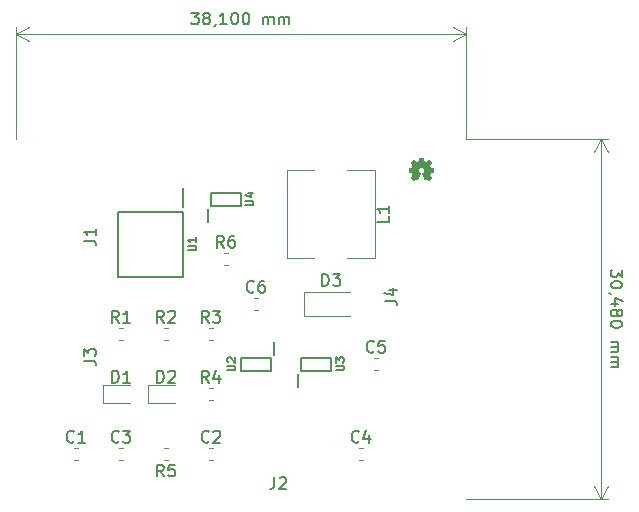
<source format=gbr>
G04 #@! TF.GenerationSoftware,KiCad,Pcbnew,(5.1.2)-1*
G04 #@! TF.CreationDate,2019-09-27T08:17:10+00:00*
G04 #@! TF.ProjectId,lilikitPCB,6c696c69-6b69-4745-9043-422e6b696361,V01*
G04 #@! TF.SameCoordinates,Original*
G04 #@! TF.FileFunction,Legend,Top*
G04 #@! TF.FilePolarity,Positive*
%FSLAX46Y46*%
G04 Gerber Fmt 4.6, Leading zero omitted, Abs format (unit mm)*
G04 Created by KiCad (PCBNEW (5.1.2)-1) date 2019-09-27 08:17:10*
%MOMM*%
%LPD*%
G04 APERTURE LIST*
%ADD10C,0.150000*%
%ADD11C,0.120000*%
%ADD12C,0.010000*%
%ADD13C,0.200000*%
G04 APERTURE END LIST*
D10*
X94869523Y-70572380D02*
X95488571Y-70572380D01*
X95155238Y-70953333D01*
X95298095Y-70953333D01*
X95393333Y-71000952D01*
X95440952Y-71048571D01*
X95488571Y-71143809D01*
X95488571Y-71381904D01*
X95440952Y-71477142D01*
X95393333Y-71524761D01*
X95298095Y-71572380D01*
X95012380Y-71572380D01*
X94917142Y-71524761D01*
X94869523Y-71477142D01*
X96060000Y-71000952D02*
X95964761Y-70953333D01*
X95917142Y-70905714D01*
X95869523Y-70810476D01*
X95869523Y-70762857D01*
X95917142Y-70667619D01*
X95964761Y-70620000D01*
X96060000Y-70572380D01*
X96250476Y-70572380D01*
X96345714Y-70620000D01*
X96393333Y-70667619D01*
X96440952Y-70762857D01*
X96440952Y-70810476D01*
X96393333Y-70905714D01*
X96345714Y-70953333D01*
X96250476Y-71000952D01*
X96060000Y-71000952D01*
X95964761Y-71048571D01*
X95917142Y-71096190D01*
X95869523Y-71191428D01*
X95869523Y-71381904D01*
X95917142Y-71477142D01*
X95964761Y-71524761D01*
X96060000Y-71572380D01*
X96250476Y-71572380D01*
X96345714Y-71524761D01*
X96393333Y-71477142D01*
X96440952Y-71381904D01*
X96440952Y-71191428D01*
X96393333Y-71096190D01*
X96345714Y-71048571D01*
X96250476Y-71000952D01*
X96917142Y-71524761D02*
X96917142Y-71572380D01*
X96869523Y-71667619D01*
X96821904Y-71715238D01*
X97869523Y-71572380D02*
X97298095Y-71572380D01*
X97583809Y-71572380D02*
X97583809Y-70572380D01*
X97488571Y-70715238D01*
X97393333Y-70810476D01*
X97298095Y-70858095D01*
X98488571Y-70572380D02*
X98583809Y-70572380D01*
X98679047Y-70620000D01*
X98726666Y-70667619D01*
X98774285Y-70762857D01*
X98821904Y-70953333D01*
X98821904Y-71191428D01*
X98774285Y-71381904D01*
X98726666Y-71477142D01*
X98679047Y-71524761D01*
X98583809Y-71572380D01*
X98488571Y-71572380D01*
X98393333Y-71524761D01*
X98345714Y-71477142D01*
X98298095Y-71381904D01*
X98250476Y-71191428D01*
X98250476Y-70953333D01*
X98298095Y-70762857D01*
X98345714Y-70667619D01*
X98393333Y-70620000D01*
X98488571Y-70572380D01*
X99440952Y-70572380D02*
X99536190Y-70572380D01*
X99631428Y-70620000D01*
X99679047Y-70667619D01*
X99726666Y-70762857D01*
X99774285Y-70953333D01*
X99774285Y-71191428D01*
X99726666Y-71381904D01*
X99679047Y-71477142D01*
X99631428Y-71524761D01*
X99536190Y-71572380D01*
X99440952Y-71572380D01*
X99345714Y-71524761D01*
X99298095Y-71477142D01*
X99250476Y-71381904D01*
X99202857Y-71191428D01*
X99202857Y-70953333D01*
X99250476Y-70762857D01*
X99298095Y-70667619D01*
X99345714Y-70620000D01*
X99440952Y-70572380D01*
X100964761Y-71572380D02*
X100964761Y-70905714D01*
X100964761Y-71000952D02*
X101012380Y-70953333D01*
X101107619Y-70905714D01*
X101250476Y-70905714D01*
X101345714Y-70953333D01*
X101393333Y-71048571D01*
X101393333Y-71572380D01*
X101393333Y-71048571D02*
X101440952Y-70953333D01*
X101536190Y-70905714D01*
X101679047Y-70905714D01*
X101774285Y-70953333D01*
X101821904Y-71048571D01*
X101821904Y-71572380D01*
X102298095Y-71572380D02*
X102298095Y-70905714D01*
X102298095Y-71000952D02*
X102345714Y-70953333D01*
X102440952Y-70905714D01*
X102583809Y-70905714D01*
X102679047Y-70953333D01*
X102726666Y-71048571D01*
X102726666Y-71572380D01*
X102726666Y-71048571D02*
X102774285Y-70953333D01*
X102869523Y-70905714D01*
X103012380Y-70905714D01*
X103107619Y-70953333D01*
X103155238Y-71048571D01*
X103155238Y-71572380D01*
D11*
X80010000Y-72390000D02*
X118110000Y-72390000D01*
X80010000Y-81280000D02*
X80010000Y-71803579D01*
X118110000Y-81280000D02*
X118110000Y-71803579D01*
X118110000Y-72390000D02*
X116983496Y-72976421D01*
X118110000Y-72390000D02*
X116983496Y-71803579D01*
X80010000Y-72390000D02*
X81136504Y-72976421D01*
X80010000Y-72390000D02*
X81136504Y-71803579D01*
D10*
X131357619Y-92329523D02*
X131357619Y-92948571D01*
X130976666Y-92615238D01*
X130976666Y-92758095D01*
X130929047Y-92853333D01*
X130881428Y-92900952D01*
X130786190Y-92948571D01*
X130548095Y-92948571D01*
X130452857Y-92900952D01*
X130405238Y-92853333D01*
X130357619Y-92758095D01*
X130357619Y-92472380D01*
X130405238Y-92377142D01*
X130452857Y-92329523D01*
X131357619Y-93567619D02*
X131357619Y-93662857D01*
X131310000Y-93758095D01*
X131262380Y-93805714D01*
X131167142Y-93853333D01*
X130976666Y-93900952D01*
X130738571Y-93900952D01*
X130548095Y-93853333D01*
X130452857Y-93805714D01*
X130405238Y-93758095D01*
X130357619Y-93662857D01*
X130357619Y-93567619D01*
X130405238Y-93472380D01*
X130452857Y-93424761D01*
X130548095Y-93377142D01*
X130738571Y-93329523D01*
X130976666Y-93329523D01*
X131167142Y-93377142D01*
X131262380Y-93424761D01*
X131310000Y-93472380D01*
X131357619Y-93567619D01*
X130405238Y-94377142D02*
X130357619Y-94377142D01*
X130262380Y-94329523D01*
X130214761Y-94281904D01*
X131024285Y-95234285D02*
X130357619Y-95234285D01*
X131405238Y-94996190D02*
X130690952Y-94758095D01*
X130690952Y-95377142D01*
X130929047Y-95900952D02*
X130976666Y-95805714D01*
X131024285Y-95758095D01*
X131119523Y-95710476D01*
X131167142Y-95710476D01*
X131262380Y-95758095D01*
X131310000Y-95805714D01*
X131357619Y-95900952D01*
X131357619Y-96091428D01*
X131310000Y-96186666D01*
X131262380Y-96234285D01*
X131167142Y-96281904D01*
X131119523Y-96281904D01*
X131024285Y-96234285D01*
X130976666Y-96186666D01*
X130929047Y-96091428D01*
X130929047Y-95900952D01*
X130881428Y-95805714D01*
X130833809Y-95758095D01*
X130738571Y-95710476D01*
X130548095Y-95710476D01*
X130452857Y-95758095D01*
X130405238Y-95805714D01*
X130357619Y-95900952D01*
X130357619Y-96091428D01*
X130405238Y-96186666D01*
X130452857Y-96234285D01*
X130548095Y-96281904D01*
X130738571Y-96281904D01*
X130833809Y-96234285D01*
X130881428Y-96186666D01*
X130929047Y-96091428D01*
X131357619Y-96900952D02*
X131357619Y-96996190D01*
X131310000Y-97091428D01*
X131262380Y-97139047D01*
X131167142Y-97186666D01*
X130976666Y-97234285D01*
X130738571Y-97234285D01*
X130548095Y-97186666D01*
X130452857Y-97139047D01*
X130405238Y-97091428D01*
X130357619Y-96996190D01*
X130357619Y-96900952D01*
X130405238Y-96805714D01*
X130452857Y-96758095D01*
X130548095Y-96710476D01*
X130738571Y-96662857D01*
X130976666Y-96662857D01*
X131167142Y-96710476D01*
X131262380Y-96758095D01*
X131310000Y-96805714D01*
X131357619Y-96900952D01*
X130357619Y-98424761D02*
X131024285Y-98424761D01*
X130929047Y-98424761D02*
X130976666Y-98472380D01*
X131024285Y-98567619D01*
X131024285Y-98710476D01*
X130976666Y-98805714D01*
X130881428Y-98853333D01*
X130357619Y-98853333D01*
X130881428Y-98853333D02*
X130976666Y-98900952D01*
X131024285Y-98996190D01*
X131024285Y-99139047D01*
X130976666Y-99234285D01*
X130881428Y-99281904D01*
X130357619Y-99281904D01*
X130357619Y-99758095D02*
X131024285Y-99758095D01*
X130929047Y-99758095D02*
X130976666Y-99805714D01*
X131024285Y-99900952D01*
X131024285Y-100043809D01*
X130976666Y-100139047D01*
X130881428Y-100186666D01*
X130357619Y-100186666D01*
X130881428Y-100186666D02*
X130976666Y-100234285D01*
X131024285Y-100329523D01*
X131024285Y-100472380D01*
X130976666Y-100567619D01*
X130881428Y-100615238D01*
X130357619Y-100615238D01*
D11*
X129540000Y-81280000D02*
X129540000Y-111760000D01*
X118110000Y-81280000D02*
X130126421Y-81280000D01*
X118110000Y-111760000D02*
X130126421Y-111760000D01*
X129540000Y-111760000D02*
X128953579Y-110633496D01*
X129540000Y-111760000D02*
X130126421Y-110633496D01*
X129540000Y-81280000D02*
X128953579Y-82406504D01*
X129540000Y-81280000D02*
X130126421Y-82406504D01*
D12*
G36*
X114331962Y-82857054D02*
G01*
X114360477Y-82857269D01*
X114386069Y-82857600D01*
X114407950Y-82858030D01*
X114425332Y-82858543D01*
X114437426Y-82859123D01*
X114443443Y-82859753D01*
X114443896Y-82859911D01*
X114445686Y-82864077D01*
X114448557Y-82874713D01*
X114452407Y-82891334D01*
X114457131Y-82913453D01*
X114462624Y-82940586D01*
X114468783Y-82972248D01*
X114474237Y-83001146D01*
X114479966Y-83031528D01*
X114485417Y-83059767D01*
X114490434Y-83085103D01*
X114494860Y-83106776D01*
X114498540Y-83124027D01*
X114501317Y-83136095D01*
X114503036Y-83142222D01*
X114503335Y-83142801D01*
X114507672Y-83145258D01*
X114517466Y-83149803D01*
X114531720Y-83156034D01*
X114549437Y-83163549D01*
X114569624Y-83171945D01*
X114591282Y-83180818D01*
X114613417Y-83189768D01*
X114635033Y-83198390D01*
X114655133Y-83206283D01*
X114672723Y-83213044D01*
X114686805Y-83218269D01*
X114696385Y-83221557D01*
X114700466Y-83222505D01*
X114700471Y-83222503D01*
X114704158Y-83220232D01*
X114713003Y-83214395D01*
X114726353Y-83205434D01*
X114743559Y-83193790D01*
X114763968Y-83179903D01*
X114786931Y-83164215D01*
X114811796Y-83147166D01*
X114817817Y-83143029D01*
X114843115Y-83125748D01*
X114866770Y-83109796D01*
X114888115Y-83095607D01*
X114906486Y-83083615D01*
X114921215Y-83074254D01*
X114931636Y-83067957D01*
X114937084Y-83065159D01*
X114937560Y-83065055D01*
X114941533Y-83067494D01*
X114949724Y-83074370D01*
X114961472Y-83085022D01*
X114976117Y-83098790D01*
X114993000Y-83115014D01*
X115011458Y-83133032D01*
X115030833Y-83152185D01*
X115050465Y-83171812D01*
X115069691Y-83191252D01*
X115087853Y-83209845D01*
X115104290Y-83226929D01*
X115118342Y-83241846D01*
X115129348Y-83253934D01*
X115136649Y-83262532D01*
X115139583Y-83266980D01*
X115139611Y-83267179D01*
X115137669Y-83271429D01*
X115132139Y-83280785D01*
X115123464Y-83294564D01*
X115112090Y-83312082D01*
X115098460Y-83332657D01*
X115083019Y-83355604D01*
X115066209Y-83380240D01*
X115065131Y-83381809D01*
X115048121Y-83406615D01*
X115032291Y-83429819D01*
X115018111Y-83450725D01*
X115006048Y-83468638D01*
X114996569Y-83482862D01*
X114990144Y-83492703D01*
X114987240Y-83497465D01*
X114987200Y-83497549D01*
X114986656Y-83500827D01*
X114987439Y-83506272D01*
X114989791Y-83514544D01*
X114993953Y-83526308D01*
X115000167Y-83542227D01*
X115008674Y-83562963D01*
X115019716Y-83589180D01*
X115025520Y-83602814D01*
X115036818Y-83628925D01*
X115047230Y-83652298D01*
X115056410Y-83672200D01*
X115064011Y-83687897D01*
X115069685Y-83698656D01*
X115073086Y-83703745D01*
X115073410Y-83703991D01*
X115078167Y-83705367D01*
X115089061Y-83707849D01*
X115105289Y-83711274D01*
X115126047Y-83715480D01*
X115150533Y-83720305D01*
X115177941Y-83725586D01*
X115207471Y-83731161D01*
X115210701Y-83731764D01*
X115244546Y-83738181D01*
X115274342Y-83744043D01*
X115299577Y-83749238D01*
X115319735Y-83753655D01*
X115334303Y-83757183D01*
X115342767Y-83759711D01*
X115344758Y-83760773D01*
X115345397Y-83765206D01*
X115345990Y-83775905D01*
X115346520Y-83792082D01*
X115346971Y-83812949D01*
X115347327Y-83837718D01*
X115347572Y-83865599D01*
X115347688Y-83895805D01*
X115347696Y-83903352D01*
X115347673Y-83939130D01*
X115347560Y-83968473D01*
X115347335Y-83992000D01*
X115346977Y-84010331D01*
X115346464Y-84024086D01*
X115345775Y-84033886D01*
X115344888Y-84040349D01*
X115343782Y-84044096D01*
X115342774Y-84045515D01*
X115338261Y-84047083D01*
X115327613Y-84049722D01*
X115311642Y-84053262D01*
X115291161Y-84057535D01*
X115266979Y-84062370D01*
X115239910Y-84067599D01*
X115211365Y-84072941D01*
X115179313Y-84078957D01*
X115150554Y-84084570D01*
X115125738Y-84089643D01*
X115105512Y-84094036D01*
X115090524Y-84097610D01*
X115081423Y-84100225D01*
X115078977Y-84101342D01*
X115076183Y-84105823D01*
X115071329Y-84115824D01*
X115064801Y-84130381D01*
X115056988Y-84148529D01*
X115048277Y-84169305D01*
X115039056Y-84191745D01*
X115029712Y-84214885D01*
X115020633Y-84237761D01*
X115012208Y-84259408D01*
X115004824Y-84278863D01*
X114998867Y-84295162D01*
X114994728Y-84307341D01*
X114992792Y-84314436D01*
X114992747Y-84315724D01*
X114995070Y-84319554D01*
X115000936Y-84328515D01*
X115009886Y-84341926D01*
X115021463Y-84359106D01*
X115035206Y-84379374D01*
X115050658Y-84402050D01*
X115067022Y-84425960D01*
X115083672Y-84450415D01*
X115098977Y-84473237D01*
X115112488Y-84493732D01*
X115123756Y-84511202D01*
X115132332Y-84524951D01*
X115137766Y-84534283D01*
X115139611Y-84538464D01*
X115137179Y-84542401D01*
X115130321Y-84550567D01*
X115119697Y-84562302D01*
X115105965Y-84576943D01*
X115089785Y-84593829D01*
X115071815Y-84612300D01*
X115052714Y-84631693D01*
X115033141Y-84651349D01*
X115013755Y-84670604D01*
X114995215Y-84688799D01*
X114978179Y-84705272D01*
X114963307Y-84719362D01*
X114951257Y-84730407D01*
X114942688Y-84737746D01*
X114938260Y-84740718D01*
X114938050Y-84740750D01*
X114933970Y-84738812D01*
X114924784Y-84733297D01*
X114911182Y-84724656D01*
X114893852Y-84713338D01*
X114873482Y-84699792D01*
X114850762Y-84684468D01*
X114827274Y-84668430D01*
X114802911Y-84651811D01*
X114780204Y-84636537D01*
X114759846Y-84623059D01*
X114742533Y-84611828D01*
X114728956Y-84603293D01*
X114719810Y-84597905D01*
X114715842Y-84596111D01*
X114710685Y-84597722D01*
X114700621Y-84602157D01*
X114686914Y-84608813D01*
X114670827Y-84617091D01*
X114663437Y-84621029D01*
X114645694Y-84630241D01*
X114630218Y-84637621D01*
X114618175Y-84642654D01*
X114610733Y-84644822D01*
X114609600Y-84644841D01*
X114607802Y-84643873D01*
X114605468Y-84641147D01*
X114602407Y-84636237D01*
X114598429Y-84628713D01*
X114593343Y-84618148D01*
X114586959Y-84604115D01*
X114579086Y-84586184D01*
X114569534Y-84563928D01*
X114558114Y-84536920D01*
X114544633Y-84504730D01*
X114528903Y-84466932D01*
X114510732Y-84423097D01*
X114507542Y-84415388D01*
X114491845Y-84377311D01*
X114477022Y-84341071D01*
X114463283Y-84307205D01*
X114450843Y-84276249D01*
X114439912Y-84248740D01*
X114430703Y-84225215D01*
X114423428Y-84206211D01*
X114418300Y-84192264D01*
X114415531Y-84183910D01*
X114415111Y-84181673D01*
X114418714Y-84177567D01*
X114426891Y-84170574D01*
X114438357Y-84161738D01*
X114449426Y-84153770D01*
X114478700Y-84132202D01*
X114502606Y-84111827D01*
X114522363Y-84091307D01*
X114539189Y-84069303D01*
X114554302Y-84044477D01*
X114561711Y-84030360D01*
X114578303Y-83989784D01*
X114588247Y-83947888D01*
X114591652Y-83905384D01*
X114588627Y-83862985D01*
X114579280Y-83821402D01*
X114563719Y-83781348D01*
X114542055Y-83743535D01*
X114514394Y-83708675D01*
X114512267Y-83706397D01*
X114479179Y-83676134D01*
X114442228Y-83651543D01*
X114400940Y-83632330D01*
X114381014Y-83625422D01*
X114369398Y-83622066D01*
X114358448Y-83619744D01*
X114346426Y-83618277D01*
X114331596Y-83617482D01*
X114312218Y-83617177D01*
X114301764Y-83617153D01*
X114279802Y-83617299D01*
X114263150Y-83617858D01*
X114250064Y-83619012D01*
X114238803Y-83620943D01*
X114227624Y-83623831D01*
X114222389Y-83625418D01*
X114179337Y-83642365D01*
X114140251Y-83664924D01*
X114105534Y-83692752D01*
X114075593Y-83725509D01*
X114050834Y-83762852D01*
X114043978Y-83775903D01*
X114029692Y-83808442D01*
X114020301Y-83839254D01*
X114015180Y-83871002D01*
X114013699Y-83904666D01*
X114017074Y-83949853D01*
X114027078Y-83992962D01*
X114043533Y-84033549D01*
X114066261Y-84071172D01*
X114094413Y-84104705D01*
X114107042Y-84116507D01*
X114123446Y-84130272D01*
X114141492Y-84144342D01*
X114159044Y-84157061D01*
X114173968Y-84166773D01*
X114175791Y-84167836D01*
X114183911Y-84174017D01*
X114188800Y-84180600D01*
X114189114Y-84181561D01*
X114188105Y-84186196D01*
X114184473Y-84196967D01*
X114178356Y-84213522D01*
X114169894Y-84235504D01*
X114159227Y-84262560D01*
X114146495Y-84294336D01*
X114131837Y-84330476D01*
X114115393Y-84370626D01*
X114099117Y-84410055D01*
X114083542Y-84447626D01*
X114068690Y-84483393D01*
X114054794Y-84516805D01*
X114042083Y-84547309D01*
X114030788Y-84574353D01*
X114021140Y-84597384D01*
X114013370Y-84615851D01*
X114007710Y-84629201D01*
X114004388Y-84636881D01*
X114003648Y-84638478D01*
X113997931Y-84644109D01*
X113993202Y-84645500D01*
X113987846Y-84643885D01*
X113977601Y-84639441D01*
X113963743Y-84632769D01*
X113947549Y-84624470D01*
X113940029Y-84620467D01*
X113919329Y-84609716D01*
X113902997Y-84602076D01*
X113891580Y-84597783D01*
X113885988Y-84596970D01*
X113881028Y-84599354D01*
X113871207Y-84605208D01*
X113857437Y-84613949D01*
X113840629Y-84624989D01*
X113821695Y-84637744D01*
X113809639Y-84646014D01*
X113777057Y-84668488D01*
X113749780Y-84687233D01*
X113727328Y-84702564D01*
X113709223Y-84714796D01*
X113694987Y-84724242D01*
X113684141Y-84731219D01*
X113676207Y-84736040D01*
X113670707Y-84739020D01*
X113667163Y-84740472D01*
X113665547Y-84740750D01*
X113661889Y-84738333D01*
X113653844Y-84731443D01*
X113641986Y-84720623D01*
X113626890Y-84706415D01*
X113609130Y-84689361D01*
X113589283Y-84670004D01*
X113567923Y-84648887D01*
X113563702Y-84644681D01*
X113542178Y-84623104D01*
X113522230Y-84602904D01*
X113504414Y-84584661D01*
X113489289Y-84568954D01*
X113477412Y-84556363D01*
X113469338Y-84547467D01*
X113465626Y-84542844D01*
X113465463Y-84542509D01*
X113464838Y-84540441D01*
X113464620Y-84538328D01*
X113465163Y-84535597D01*
X113466824Y-84531675D01*
X113469956Y-84525989D01*
X113474916Y-84517967D01*
X113482059Y-84507035D01*
X113491740Y-84492621D01*
X113504314Y-84474153D01*
X113520136Y-84451056D01*
X113539562Y-84422759D01*
X113541330Y-84420184D01*
X113557751Y-84396128D01*
X113572823Y-84373777D01*
X113586093Y-84353824D01*
X113597105Y-84336964D01*
X113605407Y-84323893D01*
X113610542Y-84315304D01*
X113612083Y-84311993D01*
X113610813Y-84307549D01*
X113607215Y-84297400D01*
X113601607Y-84282379D01*
X113594307Y-84263323D01*
X113585633Y-84241065D01*
X113575903Y-84216440D01*
X113571038Y-84204241D01*
X113558720Y-84173690D01*
X113548615Y-84149202D01*
X113540469Y-84130227D01*
X113534032Y-84116216D01*
X113529051Y-84106621D01*
X113525274Y-84100892D01*
X113522531Y-84098513D01*
X113517420Y-84097167D01*
X113506205Y-84094728D01*
X113489724Y-84091363D01*
X113468813Y-84087236D01*
X113444312Y-84082512D01*
X113417057Y-84077359D01*
X113390223Y-84072371D01*
X113361306Y-84066956D01*
X113334493Y-84061774D01*
X113310598Y-84056995D01*
X113290437Y-84052790D01*
X113274827Y-84049328D01*
X113264582Y-84046778D01*
X113260577Y-84045369D01*
X113259329Y-84043167D01*
X113258306Y-84038431D01*
X113257490Y-84030563D01*
X113256859Y-84018964D01*
X113256394Y-84003036D01*
X113256074Y-83982178D01*
X113255879Y-83955792D01*
X113255789Y-83923280D01*
X113255778Y-83902552D01*
X113255778Y-83763718D01*
X113263715Y-83758821D01*
X113268915Y-83757083D01*
X113280234Y-83754286D01*
X113296844Y-83750602D01*
X113317918Y-83746203D01*
X113342628Y-83741262D01*
X113370145Y-83735952D01*
X113399643Y-83730446D01*
X113400416Y-83730304D01*
X113429775Y-83724826D01*
X113457019Y-83719565D01*
X113481351Y-83714689D01*
X113501969Y-83710365D01*
X113518076Y-83706762D01*
X113528872Y-83704046D01*
X113533558Y-83702387D01*
X113533614Y-83702338D01*
X113536174Y-83697987D01*
X113540987Y-83688129D01*
X113547623Y-83673770D01*
X113555649Y-83655912D01*
X113564632Y-83635560D01*
X113574141Y-83613718D01*
X113583744Y-83591390D01*
X113593008Y-83569581D01*
X113601501Y-83549295D01*
X113608791Y-83531536D01*
X113614446Y-83517308D01*
X113618034Y-83507615D01*
X113619139Y-83503607D01*
X113617200Y-83499566D01*
X113611674Y-83490397D01*
X113603000Y-83476770D01*
X113591614Y-83459352D01*
X113577954Y-83438812D01*
X113562458Y-83415817D01*
X113545563Y-83391037D01*
X113542877Y-83387122D01*
X113525728Y-83362040D01*
X113509830Y-83338577D01*
X113495634Y-83317412D01*
X113483591Y-83299228D01*
X113474152Y-83284705D01*
X113467766Y-83274525D01*
X113464885Y-83269368D01*
X113464787Y-83269086D01*
X113465315Y-83266236D01*
X113468204Y-83261436D01*
X113473831Y-83254274D01*
X113482573Y-83244339D01*
X113494806Y-83231218D01*
X113510908Y-83214498D01*
X113531255Y-83193768D01*
X113556225Y-83168615D01*
X113561250Y-83163576D01*
X113586262Y-83138673D01*
X113608581Y-83116790D01*
X113627825Y-83098286D01*
X113643615Y-83083515D01*
X113655572Y-83072834D01*
X113663315Y-83066601D01*
X113666198Y-83065055D01*
X113670528Y-83066995D01*
X113679970Y-83072519D01*
X113693843Y-83081188D01*
X113711464Y-83092560D01*
X113732153Y-83106196D01*
X113755227Y-83121654D01*
X113780004Y-83138494D01*
X113782699Y-83140340D01*
X113807708Y-83157450D01*
X113831126Y-83173413D01*
X113852259Y-83187759D01*
X113870413Y-83200021D01*
X113884895Y-83209730D01*
X113895010Y-83216417D01*
X113900067Y-83219616D01*
X113900244Y-83219713D01*
X113903337Y-83220653D01*
X113907874Y-83220517D01*
X113914624Y-83219049D01*
X113924353Y-83215996D01*
X113937827Y-83211102D01*
X113955814Y-83204114D01*
X113979081Y-83194776D01*
X113995494Y-83188103D01*
X114024560Y-83176237D01*
X114047769Y-83166696D01*
X114065806Y-83159154D01*
X114079350Y-83153282D01*
X114089084Y-83148752D01*
X114095691Y-83145236D01*
X114099851Y-83142407D01*
X114102247Y-83139936D01*
X114103561Y-83137495D01*
X114104128Y-83135861D01*
X114105250Y-83130928D01*
X114107495Y-83119865D01*
X114110708Y-83103482D01*
X114114734Y-83082589D01*
X114119415Y-83057996D01*
X114124597Y-83030510D01*
X114130124Y-83000943D01*
X114130691Y-82997895D01*
X114136286Y-82968251D01*
X114141644Y-82940694D01*
X114146600Y-82916018D01*
X114150986Y-82895019D01*
X114154636Y-82878492D01*
X114157384Y-82867230D01*
X114159063Y-82862031D01*
X114159175Y-82861863D01*
X114161279Y-82860581D01*
X114165668Y-82859534D01*
X114172961Y-82858699D01*
X114183773Y-82858056D01*
X114198722Y-82857584D01*
X114218425Y-82857262D01*
X114243499Y-82857067D01*
X114274562Y-82856979D01*
X114301314Y-82856970D01*
X114331962Y-82857054D01*
X114331962Y-82857054D01*
G37*
X114331962Y-82857054D02*
X114360477Y-82857269D01*
X114386069Y-82857600D01*
X114407950Y-82858030D01*
X114425332Y-82858543D01*
X114437426Y-82859123D01*
X114443443Y-82859753D01*
X114443896Y-82859911D01*
X114445686Y-82864077D01*
X114448557Y-82874713D01*
X114452407Y-82891334D01*
X114457131Y-82913453D01*
X114462624Y-82940586D01*
X114468783Y-82972248D01*
X114474237Y-83001146D01*
X114479966Y-83031528D01*
X114485417Y-83059767D01*
X114490434Y-83085103D01*
X114494860Y-83106776D01*
X114498540Y-83124027D01*
X114501317Y-83136095D01*
X114503036Y-83142222D01*
X114503335Y-83142801D01*
X114507672Y-83145258D01*
X114517466Y-83149803D01*
X114531720Y-83156034D01*
X114549437Y-83163549D01*
X114569624Y-83171945D01*
X114591282Y-83180818D01*
X114613417Y-83189768D01*
X114635033Y-83198390D01*
X114655133Y-83206283D01*
X114672723Y-83213044D01*
X114686805Y-83218269D01*
X114696385Y-83221557D01*
X114700466Y-83222505D01*
X114700471Y-83222503D01*
X114704158Y-83220232D01*
X114713003Y-83214395D01*
X114726353Y-83205434D01*
X114743559Y-83193790D01*
X114763968Y-83179903D01*
X114786931Y-83164215D01*
X114811796Y-83147166D01*
X114817817Y-83143029D01*
X114843115Y-83125748D01*
X114866770Y-83109796D01*
X114888115Y-83095607D01*
X114906486Y-83083615D01*
X114921215Y-83074254D01*
X114931636Y-83067957D01*
X114937084Y-83065159D01*
X114937560Y-83065055D01*
X114941533Y-83067494D01*
X114949724Y-83074370D01*
X114961472Y-83085022D01*
X114976117Y-83098790D01*
X114993000Y-83115014D01*
X115011458Y-83133032D01*
X115030833Y-83152185D01*
X115050465Y-83171812D01*
X115069691Y-83191252D01*
X115087853Y-83209845D01*
X115104290Y-83226929D01*
X115118342Y-83241846D01*
X115129348Y-83253934D01*
X115136649Y-83262532D01*
X115139583Y-83266980D01*
X115139611Y-83267179D01*
X115137669Y-83271429D01*
X115132139Y-83280785D01*
X115123464Y-83294564D01*
X115112090Y-83312082D01*
X115098460Y-83332657D01*
X115083019Y-83355604D01*
X115066209Y-83380240D01*
X115065131Y-83381809D01*
X115048121Y-83406615D01*
X115032291Y-83429819D01*
X115018111Y-83450725D01*
X115006048Y-83468638D01*
X114996569Y-83482862D01*
X114990144Y-83492703D01*
X114987240Y-83497465D01*
X114987200Y-83497549D01*
X114986656Y-83500827D01*
X114987439Y-83506272D01*
X114989791Y-83514544D01*
X114993953Y-83526308D01*
X115000167Y-83542227D01*
X115008674Y-83562963D01*
X115019716Y-83589180D01*
X115025520Y-83602814D01*
X115036818Y-83628925D01*
X115047230Y-83652298D01*
X115056410Y-83672200D01*
X115064011Y-83687897D01*
X115069685Y-83698656D01*
X115073086Y-83703745D01*
X115073410Y-83703991D01*
X115078167Y-83705367D01*
X115089061Y-83707849D01*
X115105289Y-83711274D01*
X115126047Y-83715480D01*
X115150533Y-83720305D01*
X115177941Y-83725586D01*
X115207471Y-83731161D01*
X115210701Y-83731764D01*
X115244546Y-83738181D01*
X115274342Y-83744043D01*
X115299577Y-83749238D01*
X115319735Y-83753655D01*
X115334303Y-83757183D01*
X115342767Y-83759711D01*
X115344758Y-83760773D01*
X115345397Y-83765206D01*
X115345990Y-83775905D01*
X115346520Y-83792082D01*
X115346971Y-83812949D01*
X115347327Y-83837718D01*
X115347572Y-83865599D01*
X115347688Y-83895805D01*
X115347696Y-83903352D01*
X115347673Y-83939130D01*
X115347560Y-83968473D01*
X115347335Y-83992000D01*
X115346977Y-84010331D01*
X115346464Y-84024086D01*
X115345775Y-84033886D01*
X115344888Y-84040349D01*
X115343782Y-84044096D01*
X115342774Y-84045515D01*
X115338261Y-84047083D01*
X115327613Y-84049722D01*
X115311642Y-84053262D01*
X115291161Y-84057535D01*
X115266979Y-84062370D01*
X115239910Y-84067599D01*
X115211365Y-84072941D01*
X115179313Y-84078957D01*
X115150554Y-84084570D01*
X115125738Y-84089643D01*
X115105512Y-84094036D01*
X115090524Y-84097610D01*
X115081423Y-84100225D01*
X115078977Y-84101342D01*
X115076183Y-84105823D01*
X115071329Y-84115824D01*
X115064801Y-84130381D01*
X115056988Y-84148529D01*
X115048277Y-84169305D01*
X115039056Y-84191745D01*
X115029712Y-84214885D01*
X115020633Y-84237761D01*
X115012208Y-84259408D01*
X115004824Y-84278863D01*
X114998867Y-84295162D01*
X114994728Y-84307341D01*
X114992792Y-84314436D01*
X114992747Y-84315724D01*
X114995070Y-84319554D01*
X115000936Y-84328515D01*
X115009886Y-84341926D01*
X115021463Y-84359106D01*
X115035206Y-84379374D01*
X115050658Y-84402050D01*
X115067022Y-84425960D01*
X115083672Y-84450415D01*
X115098977Y-84473237D01*
X115112488Y-84493732D01*
X115123756Y-84511202D01*
X115132332Y-84524951D01*
X115137766Y-84534283D01*
X115139611Y-84538464D01*
X115137179Y-84542401D01*
X115130321Y-84550567D01*
X115119697Y-84562302D01*
X115105965Y-84576943D01*
X115089785Y-84593829D01*
X115071815Y-84612300D01*
X115052714Y-84631693D01*
X115033141Y-84651349D01*
X115013755Y-84670604D01*
X114995215Y-84688799D01*
X114978179Y-84705272D01*
X114963307Y-84719362D01*
X114951257Y-84730407D01*
X114942688Y-84737746D01*
X114938260Y-84740718D01*
X114938050Y-84740750D01*
X114933970Y-84738812D01*
X114924784Y-84733297D01*
X114911182Y-84724656D01*
X114893852Y-84713338D01*
X114873482Y-84699792D01*
X114850762Y-84684468D01*
X114827274Y-84668430D01*
X114802911Y-84651811D01*
X114780204Y-84636537D01*
X114759846Y-84623059D01*
X114742533Y-84611828D01*
X114728956Y-84603293D01*
X114719810Y-84597905D01*
X114715842Y-84596111D01*
X114710685Y-84597722D01*
X114700621Y-84602157D01*
X114686914Y-84608813D01*
X114670827Y-84617091D01*
X114663437Y-84621029D01*
X114645694Y-84630241D01*
X114630218Y-84637621D01*
X114618175Y-84642654D01*
X114610733Y-84644822D01*
X114609600Y-84644841D01*
X114607802Y-84643873D01*
X114605468Y-84641147D01*
X114602407Y-84636237D01*
X114598429Y-84628713D01*
X114593343Y-84618148D01*
X114586959Y-84604115D01*
X114579086Y-84586184D01*
X114569534Y-84563928D01*
X114558114Y-84536920D01*
X114544633Y-84504730D01*
X114528903Y-84466932D01*
X114510732Y-84423097D01*
X114507542Y-84415388D01*
X114491845Y-84377311D01*
X114477022Y-84341071D01*
X114463283Y-84307205D01*
X114450843Y-84276249D01*
X114439912Y-84248740D01*
X114430703Y-84225215D01*
X114423428Y-84206211D01*
X114418300Y-84192264D01*
X114415531Y-84183910D01*
X114415111Y-84181673D01*
X114418714Y-84177567D01*
X114426891Y-84170574D01*
X114438357Y-84161738D01*
X114449426Y-84153770D01*
X114478700Y-84132202D01*
X114502606Y-84111827D01*
X114522363Y-84091307D01*
X114539189Y-84069303D01*
X114554302Y-84044477D01*
X114561711Y-84030360D01*
X114578303Y-83989784D01*
X114588247Y-83947888D01*
X114591652Y-83905384D01*
X114588627Y-83862985D01*
X114579280Y-83821402D01*
X114563719Y-83781348D01*
X114542055Y-83743535D01*
X114514394Y-83708675D01*
X114512267Y-83706397D01*
X114479179Y-83676134D01*
X114442228Y-83651543D01*
X114400940Y-83632330D01*
X114381014Y-83625422D01*
X114369398Y-83622066D01*
X114358448Y-83619744D01*
X114346426Y-83618277D01*
X114331596Y-83617482D01*
X114312218Y-83617177D01*
X114301764Y-83617153D01*
X114279802Y-83617299D01*
X114263150Y-83617858D01*
X114250064Y-83619012D01*
X114238803Y-83620943D01*
X114227624Y-83623831D01*
X114222389Y-83625418D01*
X114179337Y-83642365D01*
X114140251Y-83664924D01*
X114105534Y-83692752D01*
X114075593Y-83725509D01*
X114050834Y-83762852D01*
X114043978Y-83775903D01*
X114029692Y-83808442D01*
X114020301Y-83839254D01*
X114015180Y-83871002D01*
X114013699Y-83904666D01*
X114017074Y-83949853D01*
X114027078Y-83992962D01*
X114043533Y-84033549D01*
X114066261Y-84071172D01*
X114094413Y-84104705D01*
X114107042Y-84116507D01*
X114123446Y-84130272D01*
X114141492Y-84144342D01*
X114159044Y-84157061D01*
X114173968Y-84166773D01*
X114175791Y-84167836D01*
X114183911Y-84174017D01*
X114188800Y-84180600D01*
X114189114Y-84181561D01*
X114188105Y-84186196D01*
X114184473Y-84196967D01*
X114178356Y-84213522D01*
X114169894Y-84235504D01*
X114159227Y-84262560D01*
X114146495Y-84294336D01*
X114131837Y-84330476D01*
X114115393Y-84370626D01*
X114099117Y-84410055D01*
X114083542Y-84447626D01*
X114068690Y-84483393D01*
X114054794Y-84516805D01*
X114042083Y-84547309D01*
X114030788Y-84574353D01*
X114021140Y-84597384D01*
X114013370Y-84615851D01*
X114007710Y-84629201D01*
X114004388Y-84636881D01*
X114003648Y-84638478D01*
X113997931Y-84644109D01*
X113993202Y-84645500D01*
X113987846Y-84643885D01*
X113977601Y-84639441D01*
X113963743Y-84632769D01*
X113947549Y-84624470D01*
X113940029Y-84620467D01*
X113919329Y-84609716D01*
X113902997Y-84602076D01*
X113891580Y-84597783D01*
X113885988Y-84596970D01*
X113881028Y-84599354D01*
X113871207Y-84605208D01*
X113857437Y-84613949D01*
X113840629Y-84624989D01*
X113821695Y-84637744D01*
X113809639Y-84646014D01*
X113777057Y-84668488D01*
X113749780Y-84687233D01*
X113727328Y-84702564D01*
X113709223Y-84714796D01*
X113694987Y-84724242D01*
X113684141Y-84731219D01*
X113676207Y-84736040D01*
X113670707Y-84739020D01*
X113667163Y-84740472D01*
X113665547Y-84740750D01*
X113661889Y-84738333D01*
X113653844Y-84731443D01*
X113641986Y-84720623D01*
X113626890Y-84706415D01*
X113609130Y-84689361D01*
X113589283Y-84670004D01*
X113567923Y-84648887D01*
X113563702Y-84644681D01*
X113542178Y-84623104D01*
X113522230Y-84602904D01*
X113504414Y-84584661D01*
X113489289Y-84568954D01*
X113477412Y-84556363D01*
X113469338Y-84547467D01*
X113465626Y-84542844D01*
X113465463Y-84542509D01*
X113464838Y-84540441D01*
X113464620Y-84538328D01*
X113465163Y-84535597D01*
X113466824Y-84531675D01*
X113469956Y-84525989D01*
X113474916Y-84517967D01*
X113482059Y-84507035D01*
X113491740Y-84492621D01*
X113504314Y-84474153D01*
X113520136Y-84451056D01*
X113539562Y-84422759D01*
X113541330Y-84420184D01*
X113557751Y-84396128D01*
X113572823Y-84373777D01*
X113586093Y-84353824D01*
X113597105Y-84336964D01*
X113605407Y-84323893D01*
X113610542Y-84315304D01*
X113612083Y-84311993D01*
X113610813Y-84307549D01*
X113607215Y-84297400D01*
X113601607Y-84282379D01*
X113594307Y-84263323D01*
X113585633Y-84241065D01*
X113575903Y-84216440D01*
X113571038Y-84204241D01*
X113558720Y-84173690D01*
X113548615Y-84149202D01*
X113540469Y-84130227D01*
X113534032Y-84116216D01*
X113529051Y-84106621D01*
X113525274Y-84100892D01*
X113522531Y-84098513D01*
X113517420Y-84097167D01*
X113506205Y-84094728D01*
X113489724Y-84091363D01*
X113468813Y-84087236D01*
X113444312Y-84082512D01*
X113417057Y-84077359D01*
X113390223Y-84072371D01*
X113361306Y-84066956D01*
X113334493Y-84061774D01*
X113310598Y-84056995D01*
X113290437Y-84052790D01*
X113274827Y-84049328D01*
X113264582Y-84046778D01*
X113260577Y-84045369D01*
X113259329Y-84043167D01*
X113258306Y-84038431D01*
X113257490Y-84030563D01*
X113256859Y-84018964D01*
X113256394Y-84003036D01*
X113256074Y-83982178D01*
X113255879Y-83955792D01*
X113255789Y-83923280D01*
X113255778Y-83902552D01*
X113255778Y-83763718D01*
X113263715Y-83758821D01*
X113268915Y-83757083D01*
X113280234Y-83754286D01*
X113296844Y-83750602D01*
X113317918Y-83746203D01*
X113342628Y-83741262D01*
X113370145Y-83735952D01*
X113399643Y-83730446D01*
X113400416Y-83730304D01*
X113429775Y-83724826D01*
X113457019Y-83719565D01*
X113481351Y-83714689D01*
X113501969Y-83710365D01*
X113518076Y-83706762D01*
X113528872Y-83704046D01*
X113533558Y-83702387D01*
X113533614Y-83702338D01*
X113536174Y-83697987D01*
X113540987Y-83688129D01*
X113547623Y-83673770D01*
X113555649Y-83655912D01*
X113564632Y-83635560D01*
X113574141Y-83613718D01*
X113583744Y-83591390D01*
X113593008Y-83569581D01*
X113601501Y-83549295D01*
X113608791Y-83531536D01*
X113614446Y-83517308D01*
X113618034Y-83507615D01*
X113619139Y-83503607D01*
X113617200Y-83499566D01*
X113611674Y-83490397D01*
X113603000Y-83476770D01*
X113591614Y-83459352D01*
X113577954Y-83438812D01*
X113562458Y-83415817D01*
X113545563Y-83391037D01*
X113542877Y-83387122D01*
X113525728Y-83362040D01*
X113509830Y-83338577D01*
X113495634Y-83317412D01*
X113483591Y-83299228D01*
X113474152Y-83284705D01*
X113467766Y-83274525D01*
X113464885Y-83269368D01*
X113464787Y-83269086D01*
X113465315Y-83266236D01*
X113468204Y-83261436D01*
X113473831Y-83254274D01*
X113482573Y-83244339D01*
X113494806Y-83231218D01*
X113510908Y-83214498D01*
X113531255Y-83193768D01*
X113556225Y-83168615D01*
X113561250Y-83163576D01*
X113586262Y-83138673D01*
X113608581Y-83116790D01*
X113627825Y-83098286D01*
X113643615Y-83083515D01*
X113655572Y-83072834D01*
X113663315Y-83066601D01*
X113666198Y-83065055D01*
X113670528Y-83066995D01*
X113679970Y-83072519D01*
X113693843Y-83081188D01*
X113711464Y-83092560D01*
X113732153Y-83106196D01*
X113755227Y-83121654D01*
X113780004Y-83138494D01*
X113782699Y-83140340D01*
X113807708Y-83157450D01*
X113831126Y-83173413D01*
X113852259Y-83187759D01*
X113870413Y-83200021D01*
X113884895Y-83209730D01*
X113895010Y-83216417D01*
X113900067Y-83219616D01*
X113900244Y-83219713D01*
X113903337Y-83220653D01*
X113907874Y-83220517D01*
X113914624Y-83219049D01*
X113924353Y-83215996D01*
X113937827Y-83211102D01*
X113955814Y-83204114D01*
X113979081Y-83194776D01*
X113995494Y-83188103D01*
X114024560Y-83176237D01*
X114047769Y-83166696D01*
X114065806Y-83159154D01*
X114079350Y-83153282D01*
X114089084Y-83148752D01*
X114095691Y-83145236D01*
X114099851Y-83142407D01*
X114102247Y-83139936D01*
X114103561Y-83137495D01*
X114104128Y-83135861D01*
X114105250Y-83130928D01*
X114107495Y-83119865D01*
X114110708Y-83103482D01*
X114114734Y-83082589D01*
X114119415Y-83057996D01*
X114124597Y-83030510D01*
X114130124Y-83000943D01*
X114130691Y-82997895D01*
X114136286Y-82968251D01*
X114141644Y-82940694D01*
X114146600Y-82916018D01*
X114150986Y-82895019D01*
X114154636Y-82878492D01*
X114157384Y-82867230D01*
X114159063Y-82862031D01*
X114159175Y-82861863D01*
X114161279Y-82860581D01*
X114165668Y-82859534D01*
X114172961Y-82858699D01*
X114183773Y-82858056D01*
X114198722Y-82857584D01*
X114218425Y-82857262D01*
X114243499Y-82857067D01*
X114274562Y-82856979D01*
X114301314Y-82856970D01*
X114331962Y-82857054D01*
D11*
X104430000Y-94250000D02*
X104430000Y-96250000D01*
X104430000Y-96250000D02*
X108330000Y-96250000D01*
X104430000Y-94250000D02*
X108330000Y-94250000D01*
X105280000Y-91330000D02*
X102980000Y-91330000D01*
X102980000Y-91330000D02*
X102980000Y-83930000D01*
X102980000Y-83930000D02*
X105280000Y-83930000D01*
X108080000Y-83930000D02*
X110380000Y-83930000D01*
X110380000Y-83930000D02*
X110380000Y-91330000D01*
X110380000Y-91330000D02*
X108080000Y-91330000D01*
X88728733Y-98300000D02*
X89071267Y-98300000D01*
X88728733Y-97280000D02*
X89071267Y-97280000D01*
X92538733Y-97280000D02*
X92881267Y-97280000D01*
X92538733Y-98300000D02*
X92881267Y-98300000D01*
X96348733Y-98300000D02*
X96691267Y-98300000D01*
X96348733Y-97280000D02*
X96691267Y-97280000D01*
X96348733Y-102360000D02*
X96691267Y-102360000D01*
X96348733Y-103380000D02*
X96691267Y-103380000D01*
X92881267Y-108460000D02*
X92538733Y-108460000D01*
X92881267Y-107440000D02*
X92538733Y-107440000D01*
X97618733Y-91950000D02*
X97961267Y-91950000D01*
X97618733Y-90930000D02*
X97961267Y-90930000D01*
D10*
X88690000Y-87420000D02*
X94190000Y-87420000D01*
X88690000Y-92920000D02*
X88690000Y-87420000D01*
X94190000Y-92920000D02*
X88690000Y-92920000D01*
X94190000Y-87420000D02*
X94190000Y-92920000D01*
D13*
X94190000Y-87020000D02*
X94190000Y-85420000D01*
D10*
X101580000Y-99780000D02*
X101580000Y-100880000D01*
X99080000Y-99780000D02*
X101580000Y-99780000D01*
X99080000Y-100880000D02*
X99080000Y-99780000D01*
X101580000Y-100880000D02*
X99080000Y-100880000D01*
D13*
X101830000Y-98430000D02*
X101830000Y-99530000D01*
X103910000Y-102230000D02*
X103910000Y-101130000D01*
D10*
X104160000Y-99780000D02*
X106660000Y-99780000D01*
X106660000Y-99780000D02*
X106660000Y-100880000D01*
X106660000Y-100880000D02*
X104160000Y-100880000D01*
X104160000Y-100880000D02*
X104160000Y-99780000D01*
D13*
X96290000Y-88260000D02*
X96290000Y-87160000D01*
D10*
X96540000Y-85810000D02*
X99040000Y-85810000D01*
X99040000Y-85810000D02*
X99040000Y-86910000D01*
X99040000Y-86910000D02*
X96540000Y-86910000D01*
X96540000Y-86910000D02*
X96540000Y-85810000D01*
D11*
X84927221Y-108460000D02*
X85252779Y-108460000D01*
X84927221Y-107440000D02*
X85252779Y-107440000D01*
X96348733Y-108460000D02*
X96691267Y-108460000D01*
X96348733Y-107440000D02*
X96691267Y-107440000D01*
X88728733Y-107440000D02*
X89071267Y-107440000D01*
X88728733Y-108460000D02*
X89071267Y-108460000D01*
X109048733Y-107440000D02*
X109391267Y-107440000D01*
X109048733Y-108460000D02*
X109391267Y-108460000D01*
X110327221Y-99820000D02*
X110652779Y-99820000D01*
X110327221Y-100840000D02*
X110652779Y-100840000D01*
X100158733Y-95760000D02*
X100501267Y-95760000D01*
X100158733Y-94740000D02*
X100501267Y-94740000D01*
X87415000Y-103605000D02*
X89700000Y-103605000D01*
X87415000Y-102135000D02*
X87415000Y-103605000D01*
X89700000Y-102135000D02*
X87415000Y-102135000D01*
X93510000Y-102135000D02*
X91225000Y-102135000D01*
X91225000Y-102135000D02*
X91225000Y-103605000D01*
X91225000Y-103605000D02*
X93510000Y-103605000D01*
D10*
X105941904Y-93702380D02*
X105941904Y-92702380D01*
X106180000Y-92702380D01*
X106322857Y-92750000D01*
X106418095Y-92845238D01*
X106465714Y-92940476D01*
X106513333Y-93130952D01*
X106513333Y-93273809D01*
X106465714Y-93464285D01*
X106418095Y-93559523D01*
X106322857Y-93654761D01*
X106180000Y-93702380D01*
X105941904Y-93702380D01*
X106846666Y-92702380D02*
X107465714Y-92702380D01*
X107132380Y-93083333D01*
X107275238Y-93083333D01*
X107370476Y-93130952D01*
X107418095Y-93178571D01*
X107465714Y-93273809D01*
X107465714Y-93511904D01*
X107418095Y-93607142D01*
X107370476Y-93654761D01*
X107275238Y-93702380D01*
X106989523Y-93702380D01*
X106894285Y-93654761D01*
X106846666Y-93607142D01*
X85772380Y-89868333D02*
X86486666Y-89868333D01*
X86629523Y-89915952D01*
X86724761Y-90011190D01*
X86772380Y-90154047D01*
X86772380Y-90249285D01*
X86772380Y-88868333D02*
X86772380Y-89439761D01*
X86772380Y-89154047D02*
X85772380Y-89154047D01*
X85915238Y-89249285D01*
X86010476Y-89344523D01*
X86058095Y-89439761D01*
X101901666Y-109902380D02*
X101901666Y-110616666D01*
X101854047Y-110759523D01*
X101758809Y-110854761D01*
X101615952Y-110902380D01*
X101520714Y-110902380D01*
X102330238Y-109997619D02*
X102377857Y-109950000D01*
X102473095Y-109902380D01*
X102711190Y-109902380D01*
X102806428Y-109950000D01*
X102854047Y-109997619D01*
X102901666Y-110092857D01*
X102901666Y-110188095D01*
X102854047Y-110330952D01*
X102282619Y-110902380D01*
X102901666Y-110902380D01*
X85772380Y-100028333D02*
X86486666Y-100028333D01*
X86629523Y-100075952D01*
X86724761Y-100171190D01*
X86772380Y-100314047D01*
X86772380Y-100409285D01*
X85772380Y-99647380D02*
X85772380Y-99028333D01*
X86153333Y-99361666D01*
X86153333Y-99218809D01*
X86200952Y-99123571D01*
X86248571Y-99075952D01*
X86343809Y-99028333D01*
X86581904Y-99028333D01*
X86677142Y-99075952D01*
X86724761Y-99123571D01*
X86772380Y-99218809D01*
X86772380Y-99504523D01*
X86724761Y-99599761D01*
X86677142Y-99647380D01*
X111252380Y-94948333D02*
X111966666Y-94948333D01*
X112109523Y-94995952D01*
X112204761Y-95091190D01*
X112252380Y-95234047D01*
X112252380Y-95329285D01*
X111585714Y-94043571D02*
X112252380Y-94043571D01*
X111204761Y-94281666D02*
X111919047Y-94519761D01*
X111919047Y-93900714D01*
X111582380Y-87796666D02*
X111582380Y-88272857D01*
X110582380Y-88272857D01*
X111582380Y-86939523D02*
X111582380Y-87510952D01*
X111582380Y-87225238D02*
X110582380Y-87225238D01*
X110725238Y-87320476D01*
X110820476Y-87415714D01*
X110868095Y-87510952D01*
X88733333Y-96812380D02*
X88400000Y-96336190D01*
X88161904Y-96812380D02*
X88161904Y-95812380D01*
X88542857Y-95812380D01*
X88638095Y-95860000D01*
X88685714Y-95907619D01*
X88733333Y-96002857D01*
X88733333Y-96145714D01*
X88685714Y-96240952D01*
X88638095Y-96288571D01*
X88542857Y-96336190D01*
X88161904Y-96336190D01*
X89685714Y-96812380D02*
X89114285Y-96812380D01*
X89400000Y-96812380D02*
X89400000Y-95812380D01*
X89304761Y-95955238D01*
X89209523Y-96050476D01*
X89114285Y-96098095D01*
X92543333Y-96812380D02*
X92210000Y-96336190D01*
X91971904Y-96812380D02*
X91971904Y-95812380D01*
X92352857Y-95812380D01*
X92448095Y-95860000D01*
X92495714Y-95907619D01*
X92543333Y-96002857D01*
X92543333Y-96145714D01*
X92495714Y-96240952D01*
X92448095Y-96288571D01*
X92352857Y-96336190D01*
X91971904Y-96336190D01*
X92924285Y-95907619D02*
X92971904Y-95860000D01*
X93067142Y-95812380D01*
X93305238Y-95812380D01*
X93400476Y-95860000D01*
X93448095Y-95907619D01*
X93495714Y-96002857D01*
X93495714Y-96098095D01*
X93448095Y-96240952D01*
X92876666Y-96812380D01*
X93495714Y-96812380D01*
X96353333Y-96812380D02*
X96020000Y-96336190D01*
X95781904Y-96812380D02*
X95781904Y-95812380D01*
X96162857Y-95812380D01*
X96258095Y-95860000D01*
X96305714Y-95907619D01*
X96353333Y-96002857D01*
X96353333Y-96145714D01*
X96305714Y-96240952D01*
X96258095Y-96288571D01*
X96162857Y-96336190D01*
X95781904Y-96336190D01*
X96686666Y-95812380D02*
X97305714Y-95812380D01*
X96972380Y-96193333D01*
X97115238Y-96193333D01*
X97210476Y-96240952D01*
X97258095Y-96288571D01*
X97305714Y-96383809D01*
X97305714Y-96621904D01*
X97258095Y-96717142D01*
X97210476Y-96764761D01*
X97115238Y-96812380D01*
X96829523Y-96812380D01*
X96734285Y-96764761D01*
X96686666Y-96717142D01*
X96353333Y-101892380D02*
X96020000Y-101416190D01*
X95781904Y-101892380D02*
X95781904Y-100892380D01*
X96162857Y-100892380D01*
X96258095Y-100940000D01*
X96305714Y-100987619D01*
X96353333Y-101082857D01*
X96353333Y-101225714D01*
X96305714Y-101320952D01*
X96258095Y-101368571D01*
X96162857Y-101416190D01*
X95781904Y-101416190D01*
X97210476Y-101225714D02*
X97210476Y-101892380D01*
X96972380Y-100844761D02*
X96734285Y-101559047D01*
X97353333Y-101559047D01*
X92543333Y-109832380D02*
X92210000Y-109356190D01*
X91971904Y-109832380D02*
X91971904Y-108832380D01*
X92352857Y-108832380D01*
X92448095Y-108880000D01*
X92495714Y-108927619D01*
X92543333Y-109022857D01*
X92543333Y-109165714D01*
X92495714Y-109260952D01*
X92448095Y-109308571D01*
X92352857Y-109356190D01*
X91971904Y-109356190D01*
X93448095Y-108832380D02*
X92971904Y-108832380D01*
X92924285Y-109308571D01*
X92971904Y-109260952D01*
X93067142Y-109213333D01*
X93305238Y-109213333D01*
X93400476Y-109260952D01*
X93448095Y-109308571D01*
X93495714Y-109403809D01*
X93495714Y-109641904D01*
X93448095Y-109737142D01*
X93400476Y-109784761D01*
X93305238Y-109832380D01*
X93067142Y-109832380D01*
X92971904Y-109784761D01*
X92924285Y-109737142D01*
X97623333Y-90462380D02*
X97290000Y-89986190D01*
X97051904Y-90462380D02*
X97051904Y-89462380D01*
X97432857Y-89462380D01*
X97528095Y-89510000D01*
X97575714Y-89557619D01*
X97623333Y-89652857D01*
X97623333Y-89795714D01*
X97575714Y-89890952D01*
X97528095Y-89938571D01*
X97432857Y-89986190D01*
X97051904Y-89986190D01*
X98480476Y-89462380D02*
X98290000Y-89462380D01*
X98194761Y-89510000D01*
X98147142Y-89557619D01*
X98051904Y-89700476D01*
X98004285Y-89890952D01*
X98004285Y-90271904D01*
X98051904Y-90367142D01*
X98099523Y-90414761D01*
X98194761Y-90462380D01*
X98385238Y-90462380D01*
X98480476Y-90414761D01*
X98528095Y-90367142D01*
X98575714Y-90271904D01*
X98575714Y-90033809D01*
X98528095Y-89938571D01*
X98480476Y-89890952D01*
X98385238Y-89843333D01*
X98194761Y-89843333D01*
X98099523Y-89890952D01*
X98051904Y-89938571D01*
X98004285Y-90033809D01*
X94556666Y-90703333D02*
X95123333Y-90703333D01*
X95190000Y-90670000D01*
X95223333Y-90636666D01*
X95256666Y-90570000D01*
X95256666Y-90436666D01*
X95223333Y-90370000D01*
X95190000Y-90336666D01*
X95123333Y-90303333D01*
X94556666Y-90303333D01*
X95256666Y-89603333D02*
X95256666Y-90003333D01*
X95256666Y-89803333D02*
X94556666Y-89803333D01*
X94656666Y-89870000D01*
X94723333Y-89936666D01*
X94756666Y-90003333D01*
X97896666Y-100863333D02*
X98463333Y-100863333D01*
X98530000Y-100830000D01*
X98563333Y-100796666D01*
X98596666Y-100730000D01*
X98596666Y-100596666D01*
X98563333Y-100530000D01*
X98530000Y-100496666D01*
X98463333Y-100463333D01*
X97896666Y-100463333D01*
X97963333Y-100163333D02*
X97930000Y-100130000D01*
X97896666Y-100063333D01*
X97896666Y-99896666D01*
X97930000Y-99830000D01*
X97963333Y-99796666D01*
X98030000Y-99763333D01*
X98096666Y-99763333D01*
X98196666Y-99796666D01*
X98596666Y-100196666D01*
X98596666Y-99763333D01*
X107076666Y-100863333D02*
X107643333Y-100863333D01*
X107710000Y-100830000D01*
X107743333Y-100796666D01*
X107776666Y-100730000D01*
X107776666Y-100596666D01*
X107743333Y-100530000D01*
X107710000Y-100496666D01*
X107643333Y-100463333D01*
X107076666Y-100463333D01*
X107076666Y-100196666D02*
X107076666Y-99763333D01*
X107343333Y-99996666D01*
X107343333Y-99896666D01*
X107376666Y-99830000D01*
X107410000Y-99796666D01*
X107476666Y-99763333D01*
X107643333Y-99763333D01*
X107710000Y-99796666D01*
X107743333Y-99830000D01*
X107776666Y-99896666D01*
X107776666Y-100096666D01*
X107743333Y-100163333D01*
X107710000Y-100196666D01*
X99406666Y-86893333D02*
X99973333Y-86893333D01*
X100040000Y-86860000D01*
X100073333Y-86826666D01*
X100106666Y-86760000D01*
X100106666Y-86626666D01*
X100073333Y-86560000D01*
X100040000Y-86526666D01*
X99973333Y-86493333D01*
X99406666Y-86493333D01*
X99640000Y-85860000D02*
X100106666Y-85860000D01*
X99373333Y-86026666D02*
X99873333Y-86193333D01*
X99873333Y-85760000D01*
X84923333Y-106877142D02*
X84875714Y-106924761D01*
X84732857Y-106972380D01*
X84637619Y-106972380D01*
X84494761Y-106924761D01*
X84399523Y-106829523D01*
X84351904Y-106734285D01*
X84304285Y-106543809D01*
X84304285Y-106400952D01*
X84351904Y-106210476D01*
X84399523Y-106115238D01*
X84494761Y-106020000D01*
X84637619Y-105972380D01*
X84732857Y-105972380D01*
X84875714Y-106020000D01*
X84923333Y-106067619D01*
X85875714Y-106972380D02*
X85304285Y-106972380D01*
X85590000Y-106972380D02*
X85590000Y-105972380D01*
X85494761Y-106115238D01*
X85399523Y-106210476D01*
X85304285Y-106258095D01*
X96353333Y-106877142D02*
X96305714Y-106924761D01*
X96162857Y-106972380D01*
X96067619Y-106972380D01*
X95924761Y-106924761D01*
X95829523Y-106829523D01*
X95781904Y-106734285D01*
X95734285Y-106543809D01*
X95734285Y-106400952D01*
X95781904Y-106210476D01*
X95829523Y-106115238D01*
X95924761Y-106020000D01*
X96067619Y-105972380D01*
X96162857Y-105972380D01*
X96305714Y-106020000D01*
X96353333Y-106067619D01*
X96734285Y-106067619D02*
X96781904Y-106020000D01*
X96877142Y-105972380D01*
X97115238Y-105972380D01*
X97210476Y-106020000D01*
X97258095Y-106067619D01*
X97305714Y-106162857D01*
X97305714Y-106258095D01*
X97258095Y-106400952D01*
X96686666Y-106972380D01*
X97305714Y-106972380D01*
X88733333Y-106877142D02*
X88685714Y-106924761D01*
X88542857Y-106972380D01*
X88447619Y-106972380D01*
X88304761Y-106924761D01*
X88209523Y-106829523D01*
X88161904Y-106734285D01*
X88114285Y-106543809D01*
X88114285Y-106400952D01*
X88161904Y-106210476D01*
X88209523Y-106115238D01*
X88304761Y-106020000D01*
X88447619Y-105972380D01*
X88542857Y-105972380D01*
X88685714Y-106020000D01*
X88733333Y-106067619D01*
X89066666Y-105972380D02*
X89685714Y-105972380D01*
X89352380Y-106353333D01*
X89495238Y-106353333D01*
X89590476Y-106400952D01*
X89638095Y-106448571D01*
X89685714Y-106543809D01*
X89685714Y-106781904D01*
X89638095Y-106877142D01*
X89590476Y-106924761D01*
X89495238Y-106972380D01*
X89209523Y-106972380D01*
X89114285Y-106924761D01*
X89066666Y-106877142D01*
X109053333Y-106877142D02*
X109005714Y-106924761D01*
X108862857Y-106972380D01*
X108767619Y-106972380D01*
X108624761Y-106924761D01*
X108529523Y-106829523D01*
X108481904Y-106734285D01*
X108434285Y-106543809D01*
X108434285Y-106400952D01*
X108481904Y-106210476D01*
X108529523Y-106115238D01*
X108624761Y-106020000D01*
X108767619Y-105972380D01*
X108862857Y-105972380D01*
X109005714Y-106020000D01*
X109053333Y-106067619D01*
X109910476Y-106305714D02*
X109910476Y-106972380D01*
X109672380Y-105924761D02*
X109434285Y-106639047D01*
X110053333Y-106639047D01*
X110323333Y-99257142D02*
X110275714Y-99304761D01*
X110132857Y-99352380D01*
X110037619Y-99352380D01*
X109894761Y-99304761D01*
X109799523Y-99209523D01*
X109751904Y-99114285D01*
X109704285Y-98923809D01*
X109704285Y-98780952D01*
X109751904Y-98590476D01*
X109799523Y-98495238D01*
X109894761Y-98400000D01*
X110037619Y-98352380D01*
X110132857Y-98352380D01*
X110275714Y-98400000D01*
X110323333Y-98447619D01*
X111228095Y-98352380D02*
X110751904Y-98352380D01*
X110704285Y-98828571D01*
X110751904Y-98780952D01*
X110847142Y-98733333D01*
X111085238Y-98733333D01*
X111180476Y-98780952D01*
X111228095Y-98828571D01*
X111275714Y-98923809D01*
X111275714Y-99161904D01*
X111228095Y-99257142D01*
X111180476Y-99304761D01*
X111085238Y-99352380D01*
X110847142Y-99352380D01*
X110751904Y-99304761D01*
X110704285Y-99257142D01*
X100163333Y-94177142D02*
X100115714Y-94224761D01*
X99972857Y-94272380D01*
X99877619Y-94272380D01*
X99734761Y-94224761D01*
X99639523Y-94129523D01*
X99591904Y-94034285D01*
X99544285Y-93843809D01*
X99544285Y-93700952D01*
X99591904Y-93510476D01*
X99639523Y-93415238D01*
X99734761Y-93320000D01*
X99877619Y-93272380D01*
X99972857Y-93272380D01*
X100115714Y-93320000D01*
X100163333Y-93367619D01*
X101020476Y-93272380D02*
X100830000Y-93272380D01*
X100734761Y-93320000D01*
X100687142Y-93367619D01*
X100591904Y-93510476D01*
X100544285Y-93700952D01*
X100544285Y-94081904D01*
X100591904Y-94177142D01*
X100639523Y-94224761D01*
X100734761Y-94272380D01*
X100925238Y-94272380D01*
X101020476Y-94224761D01*
X101068095Y-94177142D01*
X101115714Y-94081904D01*
X101115714Y-93843809D01*
X101068095Y-93748571D01*
X101020476Y-93700952D01*
X100925238Y-93653333D01*
X100734761Y-93653333D01*
X100639523Y-93700952D01*
X100591904Y-93748571D01*
X100544285Y-93843809D01*
X88161904Y-101892380D02*
X88161904Y-100892380D01*
X88400000Y-100892380D01*
X88542857Y-100940000D01*
X88638095Y-101035238D01*
X88685714Y-101130476D01*
X88733333Y-101320952D01*
X88733333Y-101463809D01*
X88685714Y-101654285D01*
X88638095Y-101749523D01*
X88542857Y-101844761D01*
X88400000Y-101892380D01*
X88161904Y-101892380D01*
X89685714Y-101892380D02*
X89114285Y-101892380D01*
X89400000Y-101892380D02*
X89400000Y-100892380D01*
X89304761Y-101035238D01*
X89209523Y-101130476D01*
X89114285Y-101178095D01*
X91971904Y-101892380D02*
X91971904Y-100892380D01*
X92210000Y-100892380D01*
X92352857Y-100940000D01*
X92448095Y-101035238D01*
X92495714Y-101130476D01*
X92543333Y-101320952D01*
X92543333Y-101463809D01*
X92495714Y-101654285D01*
X92448095Y-101749523D01*
X92352857Y-101844761D01*
X92210000Y-101892380D01*
X91971904Y-101892380D01*
X92924285Y-100987619D02*
X92971904Y-100940000D01*
X93067142Y-100892380D01*
X93305238Y-100892380D01*
X93400476Y-100940000D01*
X93448095Y-100987619D01*
X93495714Y-101082857D01*
X93495714Y-101178095D01*
X93448095Y-101320952D01*
X92876666Y-101892380D01*
X93495714Y-101892380D01*
M02*

</source>
